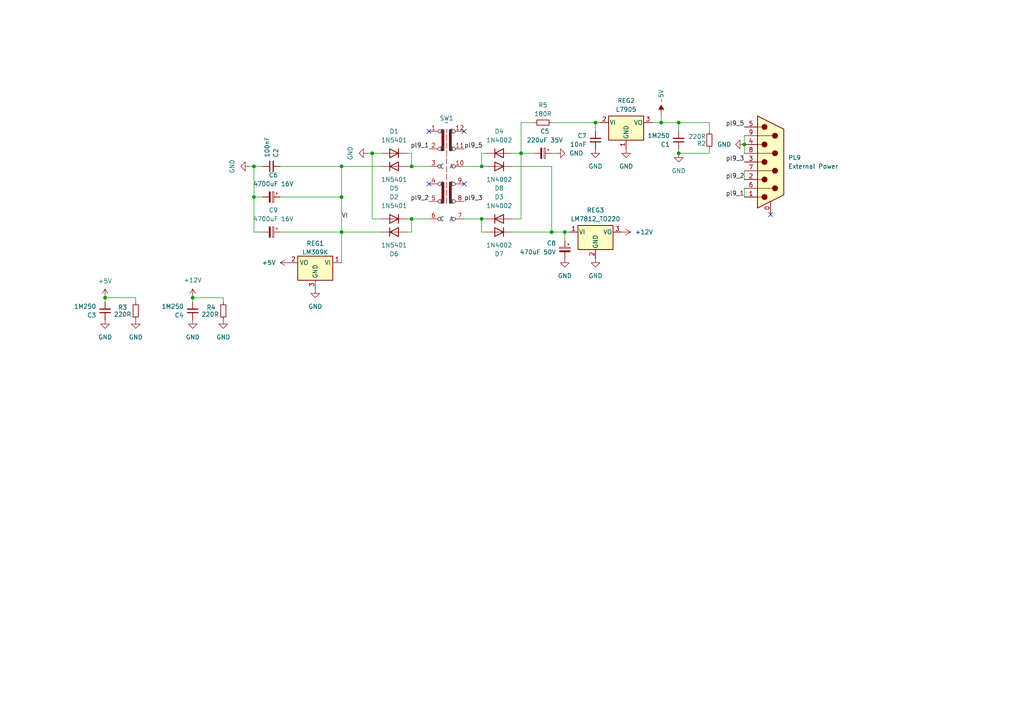
<source format=kicad_sch>
(kicad_sch (version 20231120) (generator "eeschema") (generator_version "8.0")
  (paper "A4")
  (lib_symbols
    (symbol "Connector:DE9_Plug_MountingHoles" (pin_names (offset 1.016) hide)
      (property "Reference" "J" (at 0 16.51 0))
      (property "Value" "DE9_Plug_MountingHoles" (at 0 14.605 0))
      (symbol "DE9_Plug_MountingHoles_0_1"
        (circle (center -1.778 -10.16) (radius 0.762) (fill (type outline)))
        (circle (center -1.778 -5.08) (radius 0.762) (fill (type outline)))
        (circle (center -1.778 0) (radius 0.762) (fill (type outline)))
        (circle (center -1.778 5.08) (radius 0.762) (fill (type outline)))
        (circle (center -1.778 10.16) (radius 0.762) (fill (type outline)))
        (polyline (pts (xy -3.81 -10.16) (xy -2.54 -10.16)))
        (polyline (pts (xy -3.81 -7.62) (xy 0.508 -7.62)))
        (polyline (pts (xy -3.81 -5.08) (xy -2.54 -5.08)))
        (polyline (pts (xy -3.81 -2.54) (xy 0.508 -2.54)))
        (polyline (pts (xy -3.81 0) (xy -2.54 0)))
        (polyline (pts (xy -3.81 2.54) (xy 0.508 2.54)))
        (polyline (pts (xy -3.81 5.08) (xy -2.54 5.08)))
        (polyline (pts (xy -3.81 7.62) (xy 0.508 7.62)))
        (polyline (pts (xy -3.81 10.16) (xy -2.54 10.16)))
        (polyline (pts (xy -3.81 -13.335) (xy -3.81 13.335) (xy 3.81 9.525) (xy 3.81 -9.525) (xy -3.81 -13.335)) (stroke (width 0.254)) (fill (type background)))
        (circle (center 1.27 -7.62) (radius 0.762) (fill (type outline)))
        (circle (center 1.27 -2.54) (radius 0.762) (fill (type outline)))
        (circle (center 1.27 2.54) (radius 0.762) (fill (type outline)))
        (circle (center 1.27 7.62) (radius 0.762) (fill (type outline)))
      )
      (symbol "DE9_Plug_MountingHoles_1_1"
        (pin passive line (at 0 -15.24 90) (length 3.81) (name "PAD") (number "0"))
        (pin passive line (at -7.62 -10.16 0) (length 3.81) (name "1") (number "1"))
        (pin passive line (at -7.62 -5.08 0) (length 3.81) (name "2") (number "2"))
        (pin passive line (at -7.62 0 0) (length 3.81) (name "3") (number "3"))
        (pin passive line (at -7.62 5.08 0) (length 3.81) (name "4") (number "4"))
        (pin passive line (at -7.62 10.16 0) (length 3.81) (name "5") (number "5"))
        (pin passive line (at -7.62 -7.62 0) (length 3.81) (name "6") (number "6"))
        (pin passive line (at -7.62 -2.54 0) (length 3.81) (name "7") (number "7"))
        (pin passive line (at -7.62 2.54 0) (length 3.81) (name "8") (number "8"))
        (pin passive line (at -7.62 7.62 0) (length 3.81) (name "9") (number "9"))
      )
    )
    (symbol "Device:C_Polarized_Small" (pin_numbers hide) (pin_names (offset 0.254) hide)
      (property "Reference" "C" (at 0.254 1.778 0))
      (property "Value" "C_Polarized_Small" (at 0.254 -2.032 0))
      (symbol "C_Polarized_Small_0_1"
        (rectangle (start -1.524 -0.3048) (end 1.524 -0.6858) (fill (type outline)))
        (rectangle (start -1.524 0.6858) (end 1.524 0.3048))
        (polyline (pts (xy -1.27 1.524) (xy -0.762 1.524)))
        (polyline (pts (xy -1.016 1.27) (xy -1.016 1.778)))
      )
      (symbol "C_Polarized_Small_1_1"
        (pin passive line (at 0 2.54 270) (length 1.8542) (name "~") (number "1"))
        (pin passive line (at 0 -2.54 90) (length 1.8542) (name "~") (number "2"))
      )
    )
    (symbol "Device:C_Small" (pin_numbers hide) (pin_names (offset 0.254) hide)
      (property "Reference" "C" (at 0.254 1.778 0))
      (property "Value" "C_Small" (at 0.254 -2.032 0))
      (symbol "C_Small_0_1"
        (polyline (pts (xy -1.524 -0.508) (xy 1.524 -0.508)) (stroke (width 0.3302)))
        (polyline (pts (xy -1.524 0.508) (xy 1.524 0.508)) (stroke (width 0.3048)))
      )
      (symbol "C_Small_1_1"
        (pin passive line (at 0 2.54 270) (length 2.032) (name "~") (number "1"))
        (pin passive line (at 0 -2.54 90) (length 2.032) (name "~") (number "2"))
      )
    )
    (symbol "Device:R_Small" (pin_numbers hide) (pin_names (offset 0.254) hide)
      (property "Reference" "R" (at 0.762 0.508 0))
      (property "Value" "R_Small" (at 0.762 -1.016 0))
      (symbol "R_Small_0_1"
        (rectangle (start -0.762 1.778) (end 0.762 -1.778) (stroke (width 0.2032)))
      )
      (symbol "R_Small_1_1"
        (pin passive line (at 0 2.54 270) (length 0.762) (name "~") (number "1"))
        (pin passive line (at 0 -2.54 90) (length 0.762) (name "~") (number "2"))
      )
    )
    (symbol "Diode:1N4002" (pin_numbers hide) (pin_names hide)
      (property "Reference" "D" (at 0 2.54 0))
      (property "Value" "1N4002" (at 0 -2.54 0))
      (symbol "1N4002_0_1"
        (polyline (pts (xy -1.27 1.27) (xy -1.27 -1.27)) (stroke (width 0.254)))
        (polyline (pts (xy 1.27 0) (xy -1.27 0)))
        (polyline (pts (xy 1.27 1.27) (xy 1.27 -1.27) (xy -1.27 0) (xy 1.27 1.27)) (stroke (width 0.254)))
      )
      (symbol "1N4002_1_1"
        (pin passive line (at -3.81 0 0) (length 2.54) (name "K") (number "1"))
        (pin passive line (at 3.81 0 180) (length 2.54) (name "A") (number "2"))
      )
    )
    (symbol "Diode:1N5401" (pin_numbers hide) (pin_names hide)
      (property "Reference" "D" (at 0 2.54 0))
      (property "Value" "1N5401" (at 0 -2.54 0))
      (symbol "1N5401_0_1"
        (polyline (pts (xy -1.27 1.27) (xy -1.27 -1.27)) (stroke (width 0.254)))
        (polyline (pts (xy 1.27 0) (xy -1.27 0)))
        (polyline (pts (xy 1.27 1.27) (xy 1.27 -1.27) (xy -1.27 0) (xy 1.27 1.27)) (stroke (width 0.254)))
      )
      (symbol "1N5401_1_1"
        (pin passive line (at -3.81 0 0) (length 2.54) (name "K") (number "1"))
        (pin passive line (at 3.81 0 180) (length 2.54) (name "A") (number "2"))
      )
    )
    (symbol "GND_1" (power) (pin_numbers hide) (pin_names (offset 0) hide)
      (property "Value" "GND" (at 0 -3.81 0))
      (symbol "GND_1_0_1"
        (polyline (pts (xy 0 0) (xy 0 -1.27) (xy 1.27 -1.27) (xy 0 -2.54) (xy -1.27 -1.27) (xy 0 -1.27)))
      )
      (symbol "GND_1_1_1"
        (pin power_in line (at 0 0 270) (length 0) (name "~") (number "1"))
      )
    )
    (symbol "Regulator_Linear:L7905" (pin_names (offset 0.254))
      (property "Reference" "U" (at -3.81 -3.175 0))
      (property "Value" "L7905" (at 0 -3.175 0))
      (symbol "L7905_0_1"
        (rectangle (start -5.08 5.08) (end 5.08 -1.905) (stroke (width 0.254)) (fill (type background)))
      )
      (symbol "L7905_1_1"
        (pin power_in line (at 0 7.62 270) (length 2.54) (name "GND") (number "1"))
        (pin power_in line (at -7.62 0 0) (length 2.54) (name "VI") (number "2"))
        (pin power_out line (at 7.62 0 180) (length 2.54) (name "VO") (number "3"))
      )
    )
    (symbol "Regulator_Linear:LM7812_TO220" (pin_names (offset 0.254))
      (property "Reference" "U" (at -3.81 3.175 0))
      (property "Value" "LM7812_TO220" (at 0 3.175 0))
      (symbol "LM7812_TO220_0_1"
        (rectangle (start -5.08 1.905) (end 5.08 -5.08) (stroke (width 0.254)) (fill (type background)))
      )
      (symbol "LM7812_TO220_1_1"
        (pin power_in line (at -7.62 0 0) (length 2.54) (name "VI") (number "1"))
        (pin power_in line (at 0 -7.62 90) (length 2.54) (name "GND") (number "2"))
        (pin power_out line (at 7.62 0 180) (length 2.54) (name "VO") (number "3"))
      )
    )
    (symbol "power:+12V" (power) (pin_names (offset 0))
      (property "Value" "+12V" (at 0 3.556 0))
      (symbol "+12V_0_1"
        (polyline (pts (xy -0.762 1.27) (xy 0 2.54)))
        (polyline (pts (xy 0 0) (xy 0 2.54)))
        (polyline (pts (xy 0 2.54) (xy 0.762 1.27)))
      )
      (symbol "+12V_1_1"
        (pin power_in line (at 0 0 90) (length 0) hide (name "+12V") (number "1"))
      )
    )
    (symbol "power:+5V" (power) (pin_numbers hide) (pin_names (offset 0) hide)
      (property "Value" "+5V" (at 0 3.556 0))
      (symbol "+5V_0_1"
        (polyline (pts (xy -0.762 1.27) (xy 0 2.54)))
        (polyline (pts (xy 0 0) (xy 0 2.54)))
        (polyline (pts (xy 0 2.54) (xy 0.762 1.27)))
      )
      (symbol "+5V_1_1"
        (pin power_in line (at 0 0 90) (length 0) (name "~") (number "1"))
      )
    )
    (symbol "power:-5V" (power) (pin_names (offset 0))
      (property "Value" "-5V" (at 0 3.81 0))
      (symbol "-5V_0_0"
        (pin power_in line (at 0 0 90) (length 0) hide (name "-5V") (number "1"))
      )
      (symbol "-5V_0_1"
        (polyline (pts (xy 0 0) (xy 0 1.27) (xy 0.762 1.27) (xy 0 2.54) (xy -0.762 1.27) (xy 0 1.27)) (fill (type outline)))
      )
    )
    (symbol "power:GND" (power) (pin_numbers hide) (pin_names (offset 0) hide)
      (property "Value" "GND" (at 0 -3.81 0))
      (symbol "GND_0_1"
        (polyline (pts (xy 0 0) (xy 0 -1.27) (xy 1.27 -1.27) (xy 0 -2.54) (xy -1.27 -1.27) (xy 0 -1.27)))
      )
      (symbol "GND_1_1"
        (pin power_in line (at 0 0 270) (length 0) (name "~") (number "1"))
      )
    )
    (symbol "vdg:LM309"
      (property "Reference" "REG" (at 0 1.524 0))
      (symbol "LM309_0_1"
        (rectangle (start -5.08 3.175) (end 5.08 -3.81) (stroke (width 0.254)) (fill (type background)))
      )
      (symbol "LM309_1_1"
        (pin power_in line (at -7.62 1.27 0) (length 2.54) (name "VI") (number "1"))
        (pin power_out line (at 7.62 1.27 180) (length 2.54) (name "VO") (number "2"))
        (pin power_in line (at 0 -6.35 90) (length 2.54) (name "GND") (number "3"))
      )
    )
    (symbol "vdg:SW_Slide_4PDT"
      (property "Reference" "SW" (at 0 0 0))
      (symbol "SW_Slide_4PDT_0_0"
        (circle (center -2.032 -12.7) (radius 0.508))
        (circle (center -2.032 -2.54) (radius 0.508))
        (circle (center -2.032 2.54) (radius 0.508))
        (circle (center -2.032 12.7) (radius 0.508))
        (circle (center 2.032 -12.7) (radius 0.508))
        (circle (center 2.032 -7.62) (radius 0.508))
        (circle (center 2.032 2.54) (radius 0.508))
        (circle (center 2.032 7.62) (radius 0.508))
      )
      (symbol "SW_Slide_4PDT_0_1"
        (circle (center -2.032 -7.62) (radius 0.508))
        (circle (center -2.032 7.62) (radius 0.508))
        (circle (center 2.032 -2.54) (radius 0.508))
        (circle (center 2.032 12.7) (radius 0.508))
      )
      (symbol "SW_Slide_4PDT_1_1"
        (rectangle (start -1.397 -2.032) (end -0.762 -8.128) (fill (type outline)))
        (rectangle (start -1.397 13.208) (end -0.762 7.112) (fill (type outline)))
        (polyline (pts (xy 0 -8.255) (xy 0 13.335)) (stroke (width 0) (type dash)))
        (rectangle (start 0.762 -2.032) (end 1.397 -8.128) (fill (type outline)))
        (rectangle (start 0.762 13.208) (end 1.397 7.112) (fill (type outline)))
        (pin passive line (at -5.08 12.7 0) (length 2.54) (name "A") (number "1"))
        (pin passive line (at 5.08 2.54 180) (length 2.54) (name "A") (number "10"))
        (pin passive line (at 5.08 7.62 180) (length 2.54) (name "B") (number "11"))
        (pin passive line (at 5.08 12.7 180) (length 2.54) (name "C") (number "12"))
        (pin passive line (at -5.08 7.62 0) (length 2.54) (name "B") (number "2"))
        (pin passive line (at -5.08 2.54 0) (length 2.54) (name "C") (number "3"))
        (pin passive line (at -5.08 -2.54 0) (length 2.54) (name "A") (number "4"))
        (pin passive line (at -5.08 -7.62 0) (length 2.54) (name "B") (number "5"))
        (pin passive line (at -5.08 -12.7 0) (length 2.54) (name "C") (number "6"))
        (pin passive line (at 5.08 -12.7 180) (length 2.54) (name "A") (number "7"))
        (pin passive line (at 5.08 -7.62 180) (length 2.54) (name "B") (number "8"))
        (pin passive line (at 5.08 -2.54 180) (length 2.54) (name "C") (number "9"))
      )
    )
  )
  (junction (at 119.38 63.5))
  (junction (at 139.7 48.26))
  (junction (at 99.06 48.26))
  (junction (at 163.83 67.31))
  (junction (at 99.06 67.31))
  (junction (at 151.13 44.45))
  (junction (at 196.85 35.56))
  (junction (at 160.02 67.31))
  (junction (at 99.06 57.15))
  (junction (at 55.88 86.36))
  (junction (at 73.66 48.26))
  (junction (at 30.48 86.36))
  (junction (at 107.95 44.45))
  (junction (at 73.66 57.15))
  (junction (at 196.85 44.45))
  (junction (at 191.77 35.56))
  (junction (at 172.72 35.56))
  (junction (at 215.9 41.91))
  (junction (at 119.38 48.26))
  (junction (at 139.7 63.5))
  (no_connect (at 223.52 62.23))
  (no_connect (at 134.62 53.34))
  (no_connect (at 124.46 38.1))
  (no_connect (at 124.46 53.34))
  (no_connect (at 134.62 38.1))
  (wire (pts (xy 119.38 48.26) (xy 124.46 48.26)))
  (wire (pts (xy 76.2 67.31) (xy 73.66 67.31)))
  (wire (pts (xy 64.77 86.36) (xy 64.77 87.63)))
  (wire (pts (xy 106.68 44.45) (xy 107.95 44.45)))
  (wire (pts (xy 215.9 39.37) (xy 215.9 41.91)))
  (wire (pts (xy 73.66 48.26) (xy 73.66 57.15)))
  (wire (pts (xy 196.85 35.56) (xy 196.85 38.1)))
  (wire (pts (xy 39.37 86.36) (xy 39.37 87.63)))
  (wire (pts (xy 173.99 35.56) (xy 172.72 35.56)))
  (wire (pts (xy 139.7 67.31) (xy 139.7 63.5)))
  (wire (pts (xy 172.72 38.1) (xy 172.72 35.56)))
  (wire (pts (xy 55.88 87.63) (xy 55.88 86.36)))
  (wire (pts (xy 160.02 67.31) (xy 163.83 67.31)))
  (wire (pts (xy 191.77 33.02) (xy 191.77 35.56)))
  (wire (pts (xy 163.83 67.31) (xy 165.1 67.31)))
  (wire (pts (xy 139.7 48.26) (xy 134.62 48.26)))
  (wire (pts (xy 160.02 35.56) (xy 172.72 35.56)))
  (wire (pts (xy 148.59 63.5) (xy 151.13 63.5)))
  (wire (pts (xy 205.74 38.1) (xy 205.74 35.56)))
  (wire (pts (xy 107.95 44.45) (xy 110.49 44.45)))
  (wire (pts (xy 215.9 49.53) (xy 215.9 52.07)))
  (wire (pts (xy 196.85 44.45) (xy 196.85 43.18)))
  (wire (pts (xy 72.39 48.26) (xy 73.66 48.26)))
  (wire (pts (xy 118.11 63.5) (xy 119.38 63.5)))
  (wire (pts (xy 215.9 41.91) (xy 215.9 44.45)))
  (wire (pts (xy 107.95 63.5) (xy 107.95 44.45)))
  (wire (pts (xy 191.77 35.56) (xy 189.23 35.56)))
  (wire (pts (xy 196.85 35.56) (xy 191.77 35.56)))
  (wire (pts (xy 99.06 48.26) (xy 99.06 57.15)))
  (wire (pts (xy 148.59 44.45) (xy 151.13 44.45)))
  (wire (pts (xy 196.85 44.45) (xy 205.74 44.45)))
  (wire (pts (xy 73.66 48.26) (xy 76.2 48.26)))
  (wire (pts (xy 119.38 63.5) (xy 119.38 67.31)))
  (wire (pts (xy 140.97 67.31) (xy 139.7 67.31)))
  (wire (pts (xy 134.62 63.5) (xy 139.7 63.5)))
  (wire (pts (xy 73.66 57.15) (xy 73.66 67.31)))
  (wire (pts (xy 160.02 67.31) (xy 160.02 48.26)))
  (wire (pts (xy 139.7 44.45) (xy 139.7 48.26)))
  (wire (pts (xy 161.29 44.45) (xy 160.02 44.45)))
  (wire (pts (xy 215.9 54.61) (xy 215.9 57.15)))
  (wire (pts (xy 30.48 86.36) (xy 39.37 86.36)))
  (wire (pts (xy 139.7 48.26) (xy 140.97 48.26)))
  (wire (pts (xy 151.13 63.5) (xy 151.13 44.45)))
  (wire (pts (xy 81.28 57.15) (xy 99.06 57.15)))
  (wire (pts (xy 139.7 63.5) (xy 140.97 63.5)))
  (wire (pts (xy 151.13 35.56) (xy 151.13 44.45)))
  (wire (pts (xy 160.02 48.26) (xy 148.59 48.26)))
  (wire (pts (xy 118.11 67.31) (xy 119.38 67.31)))
  (wire (pts (xy 73.66 57.15) (xy 76.2 57.15)))
  (wire (pts (xy 139.7 44.45) (xy 140.97 44.45)))
  (wire (pts (xy 99.06 67.31) (xy 110.49 67.31)))
  (wire (pts (xy 119.38 63.5) (xy 124.46 63.5)))
  (wire (pts (xy 163.83 69.85) (xy 163.83 67.31)))
  (wire (pts (xy 55.88 86.36) (xy 64.77 86.36)))
  (wire (pts (xy 119.38 44.45) (xy 119.38 48.26)))
  (wire (pts (xy 81.28 48.26) (xy 99.06 48.26)))
  (wire (pts (xy 99.06 48.26) (xy 110.49 48.26)))
  (wire (pts (xy 148.59 67.31) (xy 160.02 67.31)))
  (wire (pts (xy 110.49 63.5) (xy 107.95 63.5)))
  (wire (pts (xy 196.85 35.56) (xy 205.74 35.56)))
  (wire (pts (xy 30.48 87.63) (xy 30.48 86.36)))
  (wire (pts (xy 118.11 44.45) (xy 119.38 44.45)))
  (wire (pts (xy 154.94 44.45) (xy 151.13 44.45)))
  (wire (pts (xy 154.94 35.56) (xy 151.13 35.56)))
  (wire (pts (xy 99.06 57.15) (xy 99.06 67.31)))
  (wire (pts (xy 205.74 44.45) (xy 205.74 43.18)))
  (wire (pts (xy 81.28 67.31) (xy 99.06 67.31)))
  (wire (pts (xy 118.11 48.26) (xy 119.38 48.26)))
  (wire (pts (xy 99.06 67.31) (xy 99.06 76.2)))
  (label "pl9_2" (at 215.9 52.07 180))
  (label "pl9_5" (at 215.9 36.83 180))
  (label "pl9_3" (at 134.62 58.42 0))
  (label "VI" (at 99.06 63.5 0))
  (label "pl9_5" (at 134.62 43.18 0))
  (label "pl9_2" (at 124.46 58.42 180))
  (label "pl9_1" (at 215.9 57.15 180))
  (label "pl9_1" (at 124.46 43.18 180))
  (label "pl9_3" (at 215.9 46.99 180))
  (symbol (lib_id "power:+12V") (at 180.34 67.31 270) (mirror x) (unit 1)
    (property "Reference" "#PWR047" (effects (hide yes)))
    (property "Value" "+12V" (at 184.15 67.3099 90) (effects (justify left)))
  )
  (symbol (lib_id "Device:R_Small") (at 205.74 40.64 180) (unit 1)
    (property "Reference" "R2" (at 203.454 41.656 0))
    (property "Value" "220R" (at 202.184 39.624 0))
    (property "Footprint" "Dragon:R_Axial_DIN0309_L9.0mm_D2.5mm_P12.70mm_Horizontal" (effects (hide yes)))
    (property "Description" "Resistor, small symbol" (effects (hide yes)))
  )
  (symbol (lib_id "Diode:1N5401") (at 114.3 44.45 180) (unit 1)
    (property "Reference" "D1" (at 114.3 38.1 0))
    (property "Value" "1N5401" (at 114.3 40.64 0))
    (property "Footprint" "Diode_THT:D_DO-201AD_P15.24mm_Horizontal" (effects (hide yes)))
    (property "Datasheet" "http://www.vishay.com/docs/88516/1n5400.pdf" (effects (hide yes)))
    (property "Description" "100V 3A General Purpose Rectifier Diode, DO-201AD" (effects (hide yes)))
    (property "Sim.Device" "D" (effects (hide yes)))
    (property "Sim.Pins" "1=K 2=A" (effects (hide yes)))
  )
  (symbol (lib_id "power:GND") (at 72.39 48.26 270) (unit 1)
    (property "Reference" "#PWR032" (effects (hide yes)))
    (property "Value" "GND" (at 67.31 48.26 0))
    (property "Description" "Power symbol creates a global label with name \"GND\" , ground" (effects (hide yes)))
  )
  (symbol (lib_id "power:+12V") (at 55.88 86.36 0) (unit 1)
    (property "Reference" "#PWR043" (effects (hide yes)))
    (property "Value" "+12V" (at 55.88 81.28 0))
  )
  (symbol (lib_id "Device:R_Small") (at 157.48 35.56 270) (mirror x) (unit 1)
    (property "Reference" "R5" (at 157.48 30.48 90))
    (property "Value" "180R" (at 157.48 33.02 90))
    (property "Footprint" "Resistor_THT:R_Axial_DIN0516_L15.5mm_D5.0mm_P20.32mm_Horizontal" (effects (hide yes)))
    (property "Description" "Resistor, small symbol" (effects (hide yes)))
  )
  (symbol (lib_id "power:GND") (at 64.77 92.71 0) (unit 1)
    (property "Reference" "#PWR041" (effects (hide yes)))
    (property "Value" "GND" (at 64.77 97.79 0))
    (property "Description" "Power symbol creates a global label with name \"GND\" , ground" (effects (hide yes)))
  )
  (symbol (lib_id "Regulator_Linear:L7905") (at 181.61 35.56 0) (mirror x) (unit 1)
    (property "Reference" "REG2" (at 181.61 29.21 0))
    (property "Value" "L7905" (at 181.61 31.75 0))
    (property "Footprint" "Package_TO_SOT_THT:TO-220-3_Vertical" (effects (hide yes)))
    (property "Datasheet" "http://www.st.com/content/ccc/resource/technical/document/datasheet/c9/16/86/41/c7/2b/45/f2/CD00000450.pdf/files/CD00000450.pdf/jcr:content/translations/en.CD00000450.pdf" (effects (hide yes)))
    (property "Description" "Negative 1.5A 35V Linear Regulator, Fixed Output -5V, TO-220/TO-263" (effects (hide yes)))
  )
  (symbol (lib_id "power:GND") (at 172.72 43.18 0) (unit 1)
    (property "Reference" "#PWR046" (effects (hide yes)))
    (property "Value" "GND" (at 172.72 48.26 0))
    (property "Description" "Power symbol creates a global label with name \"GND\" , ground" (effects (hide yes)))
  )
  (symbol (lib_id "Device:C_Small") (at 196.85 40.64 180) (unit 1)
    (property "Reference" "C1" (at 194.31 41.9038 0) (effects (justify left)))
    (property "Value" "1M250" (at 194.31 39.3638 0) (effects (justify left)))
    (property "Footprint" "Capacitor_THT:C_Rect_L16.5mm_W5.0mm_P15.00mm_MKT" (effects (hide yes)))
    (property "Description" "Unpolarized capacitor, small symbol" (effects (hide yes)))
  )
  (symbol (lib_id "power:GND") (at 39.37 92.71 0) (unit 1)
    (property "Reference" "#PWR039" (effects (hide yes)))
    (property "Value" "GND" (at 39.37 97.79 0))
    (property "Description" "Power symbol creates a global label with name \"GND\" , ground" (effects (hide yes)))
  )
  (symbol (lib_id "Device:C_Small") (at 30.48 90.17 180) (unit 1)
    (property "Reference" "C3" (at 27.94 91.4338 0) (effects (justify left)))
    (property "Value" "1M250" (at 27.94 88.8938 0) (effects (justify left)))
    (property "Footprint" "Capacitor_THT:C_Rect_L16.5mm_W5.0mm_P15.00mm_MKT" (effects (hide yes)))
    (property "Description" "Unpolarized capacitor, small symbol" (effects (hide yes)))
  )
  (symbol (lib_id "Device:C_Polarized_Small") (at 78.74 67.31 270) (unit 1)
    (property "Reference" "C9" (at 79.2861 60.96 90))
    (property "Value" "4700uF 16V" (at 79.2861 63.5 90))
    (property "Footprint" "Capacitor_THT:CP_Axial_L34.5mm_D20.0mm_P41.00mm_Horizontal" (effects (hide yes)))
    (property "Description" "Polarized capacitor, small symbol" (effects (hide yes)))
  )
  (symbol (lib_id "power:GND") (at 172.72 74.93 0) (mirror y) (unit 1)
    (property "Reference" "#PWR048" (effects (hide yes)))
    (property "Value" "GND" (at 172.72 80.01 0))
    (property "Description" "Power symbol creates a global label with name \"GND\" , ground" (effects (hide yes)))
  )
  (symbol (lib_id "Connector:DE9_Plug_MountingHoles") (at 223.52 46.99 0) (unit 1)
    (property "Reference" "PL9" (at 228.6 45.7199 0) (effects (justify left)))
    (property "Value" "External Power" (at 228.6 48.2599 0) (effects (justify left)))
    (property "Footprint" "Connector_Dsub:DSUB-9_Male_Horizontal_P2.77x2.84mm_EdgePinOffset9.90mm_Housed_MountingHolesOffset11.32mm" (effects (hide yes)))
    (property "Description" "9-pin male plug pin D-SUB connector, Mounting Hole" (effects (hide yes)))
  )
  (symbol (lib_id "Device:C_Polarized_Small") (at 157.48 44.45 270) (unit 1)
    (property "Reference" "C5" (at 158.0261 38.1 90))
    (property "Value" "220uF 35V" (at 158.0261 40.64 90))
    (property "Footprint" "Capacitor_THT:CP_Axial_L25.0mm_D10.0mm_P30.00mm_Horizontal" (effects (hide yes)))
    (property "Description" "Polarized capacitor, small symbol" (effects (hide yes)))
  )
  (symbol (lib_id "Diode:1N4002") (at 144.78 48.26 180) (unit 1)
    (property "Reference" "D8" (at 144.78 54.61 0))
    (property "Value" "1N4002" (at 144.78 52.07 0))
    (property "Footprint" "Diode_THT:D_DO-41_SOD81_P10.16mm_Horizontal" (effects (hide yes)))
    (property "Datasheet" "http://www.vishay.com/docs/88503/1n4001.pdf" (effects (hide yes)))
    (property "Description" "100V 1A General Purpose Rectifier Diode, DO-41" (effects (hide yes)))
    (property "Sim.Device" "D" (effects (hide yes)))
    (property "Sim.Pins" "1=K 2=A" (effects (hide yes)))
  )
  (symbol (lib_id "power:GND") (at 196.85 44.45 0) (unit 1)
    (property "Reference" "#PWR023" (effects (hide yes)))
    (property "Value" "GND" (at 196.85 49.53 0))
    (property "Description" "Power symbol creates a global label with name \"GND\" , ground" (effects (hide yes)))
  )
  (symbol (lib_id "Device:C_Small") (at 55.88 90.17 180) (unit 1)
    (property "Reference" "C4" (at 53.34 91.4338 0) (effects (justify left)))
    (property "Value" "1M250" (at 53.34 88.8938 0) (effects (justify left)))
    (property "Footprint" "Capacitor_THT:C_Rect_L16.5mm_W5.0mm_P15.00mm_MKT" (effects (hide yes)))
    (property "Description" "Unpolarized capacitor, small symbol" (effects (hide yes)))
  )
  (symbol (lib_id "Diode:1N4002") (at 144.78 67.31 180) (unit 1)
    (property "Reference" "D7" (at 144.78 73.66 0))
    (property "Value" "1N4002" (at 144.78 71.12 0))
    (property "Footprint" "Diode_THT:D_DO-41_SOD81_P10.16mm_Horizontal" (effects (hide yes)))
    (property "Datasheet" "http://www.vishay.com/docs/88503/1n4001.pdf" (effects (hide yes)))
    (property "Description" "100V 1A General Purpose Rectifier Diode, DO-41" (effects (hide yes)))
    (property "Sim.Device" "D" (effects (hide yes)))
    (property "Sim.Pins" "1=K 2=A" (effects (hide yes)))
  )
  (symbol (lib_id "power:+5V") (at 83.82 76.2 90) (unit 1)
    (property "Reference" "#PWR036" (effects (hide yes)))
    (property "Value" "+5V" (at 80.01 76.1999 90) (effects (justify left)))
    (property "Description" "Power symbol creates a global label with name \"+5V\"" (effects (hide yes)))
  )
  (symbol (lib_id "power:GND") (at 30.48 92.71 0) (unit 1)
    (property "Reference" "#PWR038" (effects (hide yes)))
    (property "Value" "GND" (at 30.48 97.79 0))
    (property "Description" "Power symbol creates a global label with name \"GND\" , ground" (effects (hide yes)))
  )
  (symbol (lib_id "power:+5V") (at 30.48 86.36 0) (unit 1)
    (property "Reference" "#PWR042" (effects (hide yes)))
    (property "Value" "+5V" (at 32.512 81.534 0) (effects (justify right)))
  )
  (symbol (lib_id "Diode:1N4002") (at 144.78 63.5 0) (unit 1)
    (property "Reference" "D3" (at 144.78 57.15 0))
    (property "Value" "1N4002" (at 144.78 59.69 0))
    (property "Footprint" "Diode_THT:D_DO-41_SOD81_P10.16mm_Horizontal" (effects (hide yes)))
    (property "Datasheet" "http://www.vishay.com/docs/88503/1n4001.pdf" (effects (hide yes)))
    (property "Description" "100V 1A General Purpose Rectifier Diode, DO-41" (effects (hide yes)))
    (property "Sim.Device" "D" (effects (hide yes)))
    (property "Sim.Pins" "1=K 2=A" (effects (hide yes)))
  )
  (symbol (lib_id "vdg:LM309") (at 91.44 77.47 0) (mirror y) (unit 1)
    (property "Reference" "REG1" (at 91.44 70.612 0))
    (property "Value" "LM309K" (at 91.44 73.152 0))
    (property "Footprint" "Package_TO_SOT_THT:TO-3" (effects (hide yes)))
    (property "Datasheet" "https://www.onsemi.cn/PowerSolutions/document/MC7800-D.PDF" (effects (hide yes)))
    (property "Description" "Positive 1A 35V Linear Regulator, Fixed Output 5V, TO-220" (effects (hide yes)))
  )
  (symbol (lib_id "Device:C_Small") (at 172.72 40.64 0) (mirror x) (unit 1)
    (property "Reference" "C7" (at 170.18 39.3635 0) (effects (justify right)))
    (property "Value" "10nF" (at 170.18 41.9035 0) (effects (justify right)))
    (property "Footprint" "Capacitor_THT:C_Disc_D4.7mm_W2.5mm_P5.00mm" (effects (hide yes)))
    (property "Description" "Unpolarized capacitor, small symbol" (effects (hide yes)))
  )
  (symbol (lib_id "power:GND") (at 55.88 92.71 0) (unit 1)
    (property "Reference" "#PWR040" (effects (hide yes)))
    (property "Value" "GND" (at 55.88 97.79 0))
    (property "Description" "Power symbol creates a global label with name \"GND\" , ground" (effects (hide yes)))
  )
  (symbol (lib_id "Regulator_Linear:LM7812_TO220") (at 172.72 67.31 0) (unit 1)
    (property "Reference" "REG3" (at 172.72 60.96 0))
    (property "Value" "LM7812_TO220" (at 172.72 63.5 0))
    (property "Footprint" "Package_TO_SOT_THT:TO-220-3_Vertical" (effects (hide yes)))
    (property "Datasheet" "https://www.onsemi.cn/PowerSolutions/document/MC7800-D.PDF" (effects (hide yes)))
    (property "Description" "Positive 1A 35V Linear Regulator, Fixed Output 12V, TO-220" (effects (hide yes)))
  )
  (symbol (lib_id "Diode:1N4002") (at 144.78 44.45 0) (unit 1)
    (property "Reference" "D4" (at 144.78 38.1 0))
    (property "Value" "1N4002" (at 144.78 40.64 0))
    (property "Footprint" "Diode_THT:D_DO-41_SOD81_P10.16mm_Horizontal" (effects (hide yes)))
    (property "Datasheet" "http://www.vishay.com/docs/88503/1n4001.pdf" (effects (hide yes)))
    (property "Description" "100V 1A General Purpose Rectifier Diode, DO-41" (effects (hide yes)))
    (property "Sim.Device" "D" (effects (hide yes)))
    (property "Sim.Pins" "1=K 2=A" (effects (hide yes)))
  )
  (symbol (lib_id "power:GND") (at 106.68 44.45 270) (unit 1)
    (property "Reference" "#PWR033" (effects (hide yes)))
    (property "Value" "GND" (at 101.6 44.45 0))
    (property "Description" "Power symbol creates a global label with name \"GND\" , ground" (effects (hide yes)))
  )
  (symbol (lib_id "power:GND") (at 181.61 43.18 0) (mirror y) (unit 1)
    (property "Reference" "#PWR045" (effects (hide yes)))
    (property "Value" "GND" (at 181.61 48.26 0))
    (property "Description" "Power symbol creates a global label with name \"GND\" , ground" (effects (hide yes)))
  )
  (symbol (lib_id "power:GND") (at 163.83 74.93 0) (unit 1)
    (property "Reference" "#PWR049" (effects (hide yes)))
    (property "Value" "GND" (at 163.83 80.01 0))
    (property "Description" "Power symbol creates a global label with name \"GND\" , ground" (effects (hide yes)))
  )
  (symbol (lib_id "Device:R_Small") (at 39.37 90.17 0) (mirror y) (unit 1)
    (property "Reference" "R3" (at 35.56 89.154 0))
    (property "Value" "220R" (at 35.56 91.186 0))
    (property "Footprint" "Dragon:R_Axial_DIN0309_L9.0mm_D2.5mm_P12.70mm_Horizontal" (effects (hide yes)))
    (property "Description" "Resistor, small symbol" (effects (hide yes)))
  )
  (symbol (lib_id "Device:C_Small") (at 78.74 48.26 90) (mirror x) (unit 1)
    (property "Reference" "C2" (at 80.0165 45.72 0) (effects (justify right)))
    (property "Value" "100nF" (at 77.4765 45.72 0) (effects (justify right)))
    (property "Footprint" "Capacitor_THT:C_Disc_D4.3mm_W1.9mm_P5.00mm" (effects (hide yes)))
    (property "Description" "Unpolarized capacitor, small symbol" (effects (hide yes)))
  )
  (symbol (lib_id "Device:C_Polarized_Small") (at 78.74 57.15 270) (unit 1)
    (property "Reference" "C6" (at 79.2861 50.8 90))
    (property "Value" "4700uF 16V" (at 79.2861 53.34 90))
    (property "Footprint" "Capacitor_THT:CP_Axial_L34.5mm_D20.0mm_P41.00mm_Horizontal" (effects (hide yes)))
    (property "Description" "Polarized capacitor, small symbol" (effects (hide yes)))
  )
  (symbol (lib_id "power:GND") (at 161.29 44.45 90) (unit 1)
    (property "Reference" "#PWR034" (effects (hide yes)))
    (property "Value" "GND" (at 165.1 44.4499 90) (effects (justify right)))
    (property "Description" "Power symbol creates a global label with name \"GND\" , ground" (effects (hide yes)))
  )
  (symbol (lib_id "power:-5V") (at 191.77 33.02 0) (mirror y) (unit 1)
    (property "Reference" "#PWR044" (effects (hide yes)))
    (property "Value" "-5V" (at 191.77 25.908 90) (effects (justify right)))
  )
  (symbol (lib_id "power:GND") (at 91.44 83.82 0) (unit 1)
    (property "Reference" "#PWR035" (effects (hide yes)))
    (property "Value" "GND" (at 91.44 88.9 0))
    (property "Description" "Power symbol creates a global label with name \"GND\" , ground" (effects (hide yes)))
  )
  (symbol (lib_name "GND_1") (lib_id "power:GND") (at 215.9 41.91 270) (unit 1)
    (property "Reference" "#PWR024" (effects (hide yes)))
    (property "Value" "GND" (at 212.09 41.9099 90) (effects (justify right)))
    (property "Description" "Power symbol creates a global label with name \"GND\" , ground" (effects (hide yes)))
  )
  (symbol (lib_id "Diode:1N5401") (at 114.3 48.26 0) (mirror x) (unit 1)
    (property "Reference" "D5" (at 114.3 54.61 0))
    (property "Value" "1N5401" (at 114.3 52.07 0))
    (property "Footprint" "Diode_THT:D_DO-201AD_P15.24mm_Horizontal" (effects (hide yes)))
    (property "Datasheet" "http://www.vishay.com/docs/88516/1n5400.pdf" (effects (hide yes)))
    (property "Description" "100V 3A General Purpose Rectifier Diode, DO-201AD" (effects (hide yes)))
    (property "Sim.Device" "D" (effects (hide yes)))
    (property "Sim.Pins" "1=K 2=A" (effects (hide yes)))
  )
  (symbol (lib_id "Diode:1N5401") (at 114.3 63.5 180) (unit 1)
    (property "Reference" "D2" (at 114.3 57.15 0))
    (property "Value" "1N5401" (at 114.3 59.69 0))
    (property "Footprint" "Diode_THT:D_DO-201AD_P15.24mm_Horizontal" (effects (hide yes)))
    (property "Datasheet" "http://www.vishay.com/docs/88516/1n5400.pdf" (effects (hide yes)))
    (property "Description" "100V 3A General Purpose Rectifier Diode, DO-201AD" (effects (hide yes)))
    (property "Sim.Device" "D" (effects (hide yes)))
    (property "Sim.Pins" "1=K 2=A" (effects (hide yes)))
  )
  (symbol (lib_id "Device:C_Polarized_Small") (at 163.83 72.39 0) (mirror y) (unit 1)
    (property "Reference" "C8" (at 161.29 70.5738 0) (effects (justify left)))
    (property "Value" "470uF 50V" (at 161.29 73.1138 0) (effects (justify left)))
    (property "Footprint" "Capacitor_THT:CP_Axial_L30.0mm_D10.0mm_P35.00mm_Horizontal" (effects (hide yes)))
    (property "Description" "Polarized capacitor, small symbol" (effects (hide yes)))
  )
  (symbol (lib_id "Device:R_Small") (at 64.77 90.17 0) (mirror y) (unit 1)
    (property "Reference" "R4" (at 61.214 89.154 0))
    (property "Value" "220R" (at 60.96 91.186 0))
    (property "Footprint" "Dragon:R_Axial_DIN0309_L9.0mm_D2.5mm_P12.70mm_Horizontal" (effects (hide yes)))
    (property "Description" "Resistor, small symbol" (effects (hide yes)))
  )
  (symbol (lib_id "vdg:SW_Slide_4PDT") (at 129.54 50.8 0) (unit 1)
    (property "Reference" "SW1" (at 129.54 34.29 0))
    (property "Value" "~" (at 129.54 35.56 0))
    (property "Footprint" "Dragon:Switch_Push_Interlock_4P2T" (effects (hide yes)))
  )
  (symbol (lib_id "Diode:1N5401") (at 114.3 67.31 0) (mirror x) (unit 1)
    (property "Reference" "D6" (at 114.3 73.66 0))
    (property "Value" "1N5401" (at 114.3 71.12 0))
    (property "Footprint" "Diode_THT:D_DO-201AD_P15.24mm_Horizontal" (effects (hide yes)))
    (property "Datasheet" "http://www.vishay.com/docs/88516/1n5400.pdf" (effects (hide yes)))
    (property "Description" "100V 3A General Purpose Rectifier Diode, DO-201AD" (effects (hide yes)))
    (property "Sim.Device" "D" (effects (hide yes)))
    (property "Sim.Pins" "1=K 2=A" (effects (hide yes)))
  )
)
</source>
